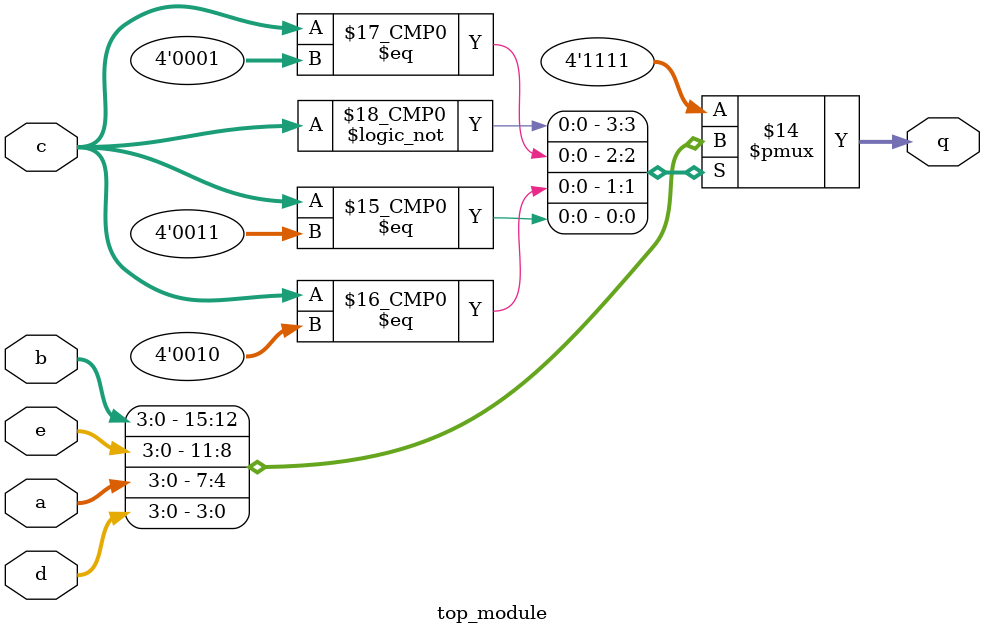
<source format=v>
module top_module (
    input [3:0] a,
    input [3:0] b,
    input [3:0] c,
    input [3:0] d,
    input [3:0] e,
    output [3:0] q );
    always@(*)begin
        case(c)
            0:q=b;
            1:q=e;
            2:q=a;
            3:q=d;
            4:q=4'hf;
            5:q=4'hf;
            6:q=4'hf;
            7:q=4'hf;
            8:q=4'hf;
            9:q=4'hf;
            a:q=4'hf;
            b:q=4'hf;
            c:q=4'hf;
            d:q=4'hf;
            e:q=4'hf;
            default:q=4'hf;
        endcase
    end
endmodule

</source>
